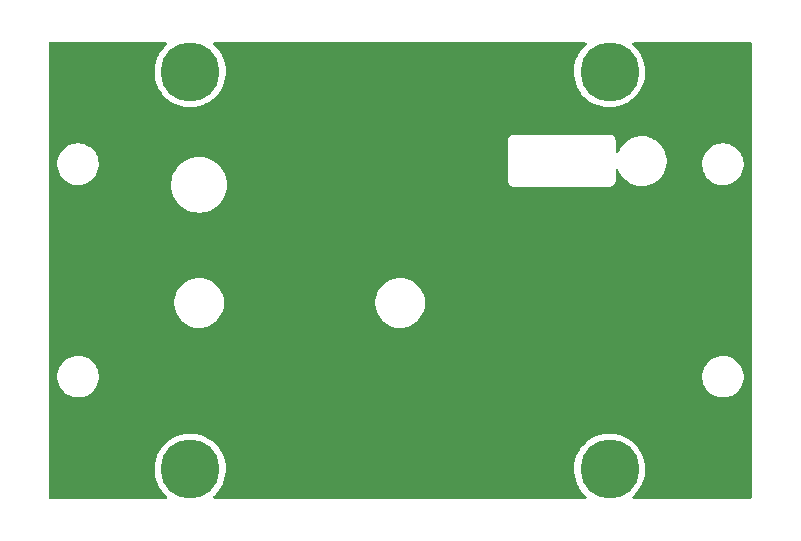
<source format=gbr>
%TF.GenerationSoftware,KiCad,Pcbnew,(6.0.1)*%
%TF.CreationDate,2022-10-29T04:51:09-07:00*%
%TF.ProjectId,DuDadPanel,44754461-6450-4616-9e65-6c2e6b696361,1.2*%
%TF.SameCoordinates,Original*%
%TF.FileFunction,Copper,L2,Bot*%
%TF.FilePolarity,Positive*%
%FSLAX46Y46*%
G04 Gerber Fmt 4.6, Leading zero omitted, Abs format (unit mm)*
G04 Created by KiCad (PCBNEW (6.0.1)) date 2022-10-29 04:51:09*
%MOMM*%
%LPD*%
G01*
G04 APERTURE LIST*
%TA.AperFunction,ComponentPad*%
%ADD10C,5.000000*%
%TD*%
G04 APERTURE END LIST*
D10*
%TO.P,H1,1,1*%
%TO.N,GND*%
X62500000Y-45175000D03*
%TD*%
%TO.P,H2,1,1*%
%TO.N,GND*%
X98000000Y-45175000D03*
%TD*%
%TO.P,H3,1,1*%
%TO.N,GND*%
X98000000Y-78825000D03*
%TD*%
%TO.P,H4,1,1*%
%TO.N,GND*%
X62500000Y-78825000D03*
%TD*%
%TA.AperFunction,NonConductor*%
G36*
X60507956Y-42703002D02*
G01*
X60554449Y-42756658D01*
X60564553Y-42826932D01*
X60535059Y-42891512D01*
X60518622Y-42907328D01*
X60483509Y-42935459D01*
X60239466Y-43182071D01*
X60237225Y-43184929D01*
X60180732Y-43256978D01*
X60025386Y-43455098D01*
X60023493Y-43458187D01*
X60023491Y-43458190D01*
X59977233Y-43533676D01*
X59844105Y-43750921D01*
X59842580Y-43754206D01*
X59842578Y-43754210D01*
X59803505Y-43838386D01*
X59698027Y-44065620D01*
X59589087Y-44395023D01*
X59518730Y-44734764D01*
X59487888Y-45080341D01*
X59487983Y-45083971D01*
X59487983Y-45083972D01*
X59490367Y-45175000D01*
X59496970Y-45427171D01*
X59545856Y-45770660D01*
X59633897Y-46106253D01*
X59759927Y-46429503D01*
X59761624Y-46432708D01*
X59895113Y-46684825D01*
X59922275Y-46736126D01*
X59924325Y-46739109D01*
X59924327Y-46739112D01*
X60116733Y-47019064D01*
X60116739Y-47019071D01*
X60118790Y-47022056D01*
X60346866Y-47283505D01*
X60349551Y-47285948D01*
X60559268Y-47476775D01*
X60603481Y-47517006D01*
X60885233Y-47719466D01*
X61188388Y-47888200D01*
X61508928Y-48020972D01*
X61512422Y-48021967D01*
X61512424Y-48021968D01*
X61839103Y-48115025D01*
X61839108Y-48115026D01*
X61842604Y-48116022D01*
X62039304Y-48148233D01*
X62181412Y-48171504D01*
X62181419Y-48171505D01*
X62184993Y-48172090D01*
X62358276Y-48180262D01*
X62527931Y-48188263D01*
X62527932Y-48188263D01*
X62531558Y-48188434D01*
X62540415Y-48187830D01*
X62874073Y-48165084D01*
X62874081Y-48165083D01*
X62877704Y-48164836D01*
X62881279Y-48164173D01*
X62881282Y-48164173D01*
X63215279Y-48102270D01*
X63215283Y-48102269D01*
X63218844Y-48101609D01*
X63550456Y-47999592D01*
X63868145Y-47860136D01*
X64112511Y-47717341D01*
X64164560Y-47686926D01*
X64164562Y-47686925D01*
X64167700Y-47685091D01*
X64170609Y-47682907D01*
X64442244Y-47478958D01*
X64442248Y-47478955D01*
X64445151Y-47476775D01*
X64696819Y-47237950D01*
X64919370Y-46971783D01*
X65109853Y-46681799D01*
X65238446Y-46426121D01*
X65264117Y-46375080D01*
X65264120Y-46375072D01*
X65265744Y-46371844D01*
X65384977Y-46046026D01*
X65385822Y-46042504D01*
X65385825Y-46042496D01*
X65465124Y-45712191D01*
X65465125Y-45712187D01*
X65465971Y-45708662D01*
X65500035Y-45427171D01*
X65507316Y-45367004D01*
X65507316Y-45366997D01*
X65507652Y-45364225D01*
X65513599Y-45175000D01*
X65513438Y-45172204D01*
X65493836Y-44832246D01*
X65493835Y-44832241D01*
X65493627Y-44828626D01*
X65433976Y-44486842D01*
X65335437Y-44154180D01*
X65199316Y-43835048D01*
X65149569Y-43747831D01*
X65029208Y-43536816D01*
X65027417Y-43533676D01*
X64822018Y-43254060D01*
X64585842Y-42999904D01*
X64474502Y-42904810D01*
X64435692Y-42845361D01*
X64435185Y-42774366D01*
X64473142Y-42714367D01*
X64537510Y-42684414D01*
X64556332Y-42683000D01*
X95939835Y-42683000D01*
X96007956Y-42703002D01*
X96054449Y-42756658D01*
X96064553Y-42826932D01*
X96035059Y-42891512D01*
X96018622Y-42907328D01*
X95983509Y-42935459D01*
X95739466Y-43182071D01*
X95737225Y-43184929D01*
X95680732Y-43256978D01*
X95525386Y-43455098D01*
X95523493Y-43458187D01*
X95523491Y-43458190D01*
X95477233Y-43533676D01*
X95344105Y-43750921D01*
X95342580Y-43754206D01*
X95342578Y-43754210D01*
X95303505Y-43838386D01*
X95198027Y-44065620D01*
X95089087Y-44395023D01*
X95018730Y-44734764D01*
X94987888Y-45080341D01*
X94987983Y-45083971D01*
X94987983Y-45083972D01*
X94990367Y-45175000D01*
X94996970Y-45427171D01*
X95045856Y-45770660D01*
X95133897Y-46106253D01*
X95259927Y-46429503D01*
X95261624Y-46432708D01*
X95395113Y-46684825D01*
X95422275Y-46736126D01*
X95424325Y-46739109D01*
X95424327Y-46739112D01*
X95616733Y-47019064D01*
X95616739Y-47019071D01*
X95618790Y-47022056D01*
X95846866Y-47283505D01*
X95849551Y-47285948D01*
X96059268Y-47476775D01*
X96103481Y-47517006D01*
X96385233Y-47719466D01*
X96688388Y-47888200D01*
X97008928Y-48020972D01*
X97012422Y-48021967D01*
X97012424Y-48021968D01*
X97339103Y-48115025D01*
X97339108Y-48115026D01*
X97342604Y-48116022D01*
X97539304Y-48148233D01*
X97681412Y-48171504D01*
X97681419Y-48171505D01*
X97684993Y-48172090D01*
X97858276Y-48180262D01*
X98027931Y-48188263D01*
X98027932Y-48188263D01*
X98031558Y-48188434D01*
X98040415Y-48187830D01*
X98374073Y-48165084D01*
X98374081Y-48165083D01*
X98377704Y-48164836D01*
X98381279Y-48164173D01*
X98381282Y-48164173D01*
X98715279Y-48102270D01*
X98715283Y-48102269D01*
X98718844Y-48101609D01*
X99050456Y-47999592D01*
X99368145Y-47860136D01*
X99612511Y-47717341D01*
X99664560Y-47686926D01*
X99664562Y-47686925D01*
X99667700Y-47685091D01*
X99670609Y-47682907D01*
X99942244Y-47478958D01*
X99942248Y-47478955D01*
X99945151Y-47476775D01*
X100196819Y-47237950D01*
X100419370Y-46971783D01*
X100609853Y-46681799D01*
X100738446Y-46426121D01*
X100764117Y-46375080D01*
X100764120Y-46375072D01*
X100765744Y-46371844D01*
X100884977Y-46046026D01*
X100885822Y-46042504D01*
X100885825Y-46042496D01*
X100965124Y-45712191D01*
X100965125Y-45712187D01*
X100965971Y-45708662D01*
X101000035Y-45427171D01*
X101007316Y-45367004D01*
X101007316Y-45366997D01*
X101007652Y-45364225D01*
X101013599Y-45175000D01*
X101013438Y-45172204D01*
X100993836Y-44832246D01*
X100993835Y-44832241D01*
X100993627Y-44828626D01*
X100933976Y-44486842D01*
X100835437Y-44154180D01*
X100699316Y-43835048D01*
X100649569Y-43747831D01*
X100529208Y-43536816D01*
X100527417Y-43533676D01*
X100322018Y-43254060D01*
X100085842Y-42999904D01*
X99974502Y-42904810D01*
X99935692Y-42845361D01*
X99935185Y-42774366D01*
X99973142Y-42714367D01*
X100037510Y-42684414D01*
X100056332Y-42683000D01*
X109966000Y-42683000D01*
X110034121Y-42703002D01*
X110080614Y-42756658D01*
X110092000Y-42809000D01*
X110092000Y-81191000D01*
X110071998Y-81259121D01*
X110018342Y-81305614D01*
X109966000Y-81317000D01*
X100060517Y-81317000D01*
X99992396Y-81296998D01*
X99945903Y-81243342D01*
X99935799Y-81173068D01*
X99965293Y-81108488D01*
X99973784Y-81099603D01*
X100194180Y-80890454D01*
X100196819Y-80887950D01*
X100419370Y-80621783D01*
X100609853Y-80331799D01*
X100738446Y-80076121D01*
X100764117Y-80025080D01*
X100764120Y-80025072D01*
X100765744Y-80021844D01*
X100884977Y-79696026D01*
X100885822Y-79692504D01*
X100885825Y-79692496D01*
X100965124Y-79362191D01*
X100965125Y-79362187D01*
X100965971Y-79358662D01*
X101000035Y-79077171D01*
X101007316Y-79017004D01*
X101007316Y-79016997D01*
X101007652Y-79014225D01*
X101013599Y-78825000D01*
X101013438Y-78822204D01*
X100993836Y-78482246D01*
X100993835Y-78482241D01*
X100993627Y-78478626D01*
X100933976Y-78136842D01*
X100835437Y-77804180D01*
X100699316Y-77485048D01*
X100649569Y-77397831D01*
X100529208Y-77186816D01*
X100527417Y-77183676D01*
X100322018Y-76904060D01*
X100085842Y-76649904D01*
X99822019Y-76424578D01*
X99534047Y-76231069D01*
X99225741Y-76071940D01*
X98901189Y-75949302D01*
X98897668Y-75948418D01*
X98897663Y-75948416D01*
X98736378Y-75907904D01*
X98564692Y-75864780D01*
X98542476Y-75861855D01*
X98224315Y-75819968D01*
X98224307Y-75819967D01*
X98220711Y-75819494D01*
X98076045Y-75817221D01*
X97877446Y-75814101D01*
X97877442Y-75814101D01*
X97873804Y-75814044D01*
X97870190Y-75814405D01*
X97870184Y-75814405D01*
X97626843Y-75838694D01*
X97528569Y-75848503D01*
X97189583Y-75922414D01*
X97186156Y-75923587D01*
X97186150Y-75923589D01*
X97107296Y-75950587D01*
X96861339Y-76034797D01*
X96548188Y-76184163D01*
X96254279Y-76368532D01*
X96251443Y-76370804D01*
X96251436Y-76370809D01*
X96007384Y-76566332D01*
X95983509Y-76585459D01*
X95739466Y-76832071D01*
X95737225Y-76834929D01*
X95680732Y-76906978D01*
X95525386Y-77105098D01*
X95523493Y-77108187D01*
X95523491Y-77108190D01*
X95477233Y-77183676D01*
X95344105Y-77400921D01*
X95342580Y-77404206D01*
X95342578Y-77404210D01*
X95303505Y-77488386D01*
X95198027Y-77715620D01*
X95089087Y-78045023D01*
X95018730Y-78384764D01*
X94987888Y-78730341D01*
X94987983Y-78733971D01*
X94987983Y-78733972D01*
X94990367Y-78825000D01*
X94996970Y-79077171D01*
X95045856Y-79420660D01*
X95133897Y-79756253D01*
X95259927Y-80079503D01*
X95261624Y-80082708D01*
X95395113Y-80334825D01*
X95422275Y-80386126D01*
X95424325Y-80389109D01*
X95424327Y-80389112D01*
X95616733Y-80669064D01*
X95616739Y-80669071D01*
X95618790Y-80672056D01*
X95846866Y-80933505D01*
X95849551Y-80935948D01*
X96027431Y-81097806D01*
X96064354Y-81158447D01*
X96062631Y-81229422D01*
X96022809Y-81288199D01*
X95957531Y-81316116D01*
X95942632Y-81317000D01*
X64560517Y-81317000D01*
X64492396Y-81296998D01*
X64445903Y-81243342D01*
X64435799Y-81173068D01*
X64465293Y-81108488D01*
X64473784Y-81099603D01*
X64694180Y-80890454D01*
X64696819Y-80887950D01*
X64919370Y-80621783D01*
X65109853Y-80331799D01*
X65238446Y-80076121D01*
X65264117Y-80025080D01*
X65264120Y-80025072D01*
X65265744Y-80021844D01*
X65384977Y-79696026D01*
X65385822Y-79692504D01*
X65385825Y-79692496D01*
X65465124Y-79362191D01*
X65465125Y-79362187D01*
X65465971Y-79358662D01*
X65500035Y-79077171D01*
X65507316Y-79017004D01*
X65507316Y-79016997D01*
X65507652Y-79014225D01*
X65513599Y-78825000D01*
X65513438Y-78822204D01*
X65493836Y-78482246D01*
X65493835Y-78482241D01*
X65493627Y-78478626D01*
X65433976Y-78136842D01*
X65335437Y-77804180D01*
X65199316Y-77485048D01*
X65149569Y-77397831D01*
X65029208Y-77186816D01*
X65027417Y-77183676D01*
X64822018Y-76904060D01*
X64585842Y-76649904D01*
X64322019Y-76424578D01*
X64034047Y-76231069D01*
X63725741Y-76071940D01*
X63401189Y-75949302D01*
X63397668Y-75948418D01*
X63397663Y-75948416D01*
X63236378Y-75907904D01*
X63064692Y-75864780D01*
X63042476Y-75861855D01*
X62724315Y-75819968D01*
X62724307Y-75819967D01*
X62720711Y-75819494D01*
X62576045Y-75817221D01*
X62377446Y-75814101D01*
X62377442Y-75814101D01*
X62373804Y-75814044D01*
X62370190Y-75814405D01*
X62370184Y-75814405D01*
X62126843Y-75838694D01*
X62028569Y-75848503D01*
X61689583Y-75922414D01*
X61686156Y-75923587D01*
X61686150Y-75923589D01*
X61607296Y-75950587D01*
X61361339Y-76034797D01*
X61048188Y-76184163D01*
X60754279Y-76368532D01*
X60751443Y-76370804D01*
X60751436Y-76370809D01*
X60507384Y-76566332D01*
X60483509Y-76585459D01*
X60239466Y-76832071D01*
X60237225Y-76834929D01*
X60180732Y-76906978D01*
X60025386Y-77105098D01*
X60023493Y-77108187D01*
X60023491Y-77108190D01*
X59977233Y-77183676D01*
X59844105Y-77400921D01*
X59842580Y-77404206D01*
X59842578Y-77404210D01*
X59803505Y-77488386D01*
X59698027Y-77715620D01*
X59589087Y-78045023D01*
X59518730Y-78384764D01*
X59487888Y-78730341D01*
X59487983Y-78733971D01*
X59487983Y-78733972D01*
X59490367Y-78825000D01*
X59496970Y-79077171D01*
X59545856Y-79420660D01*
X59633897Y-79756253D01*
X59759927Y-80079503D01*
X59761624Y-80082708D01*
X59895113Y-80334825D01*
X59922275Y-80386126D01*
X59924325Y-80389109D01*
X59924327Y-80389112D01*
X60116733Y-80669064D01*
X60116739Y-80669071D01*
X60118790Y-80672056D01*
X60346866Y-80933505D01*
X60349551Y-80935948D01*
X60527431Y-81097806D01*
X60564354Y-81158447D01*
X60562631Y-81229422D01*
X60522809Y-81288199D01*
X60457531Y-81316116D01*
X60442632Y-81317000D01*
X50634000Y-81317000D01*
X50565879Y-81296998D01*
X50519386Y-81243342D01*
X50508000Y-81191000D01*
X50508000Y-71107655D01*
X51239858Y-71107655D01*
X51275104Y-71366638D01*
X51276412Y-71371124D01*
X51276412Y-71371126D01*
X51296098Y-71438664D01*
X51348243Y-71617567D01*
X51457668Y-71854928D01*
X51460231Y-71858837D01*
X51598410Y-72069596D01*
X51598414Y-72069601D01*
X51600976Y-72073509D01*
X51775018Y-72268506D01*
X51975970Y-72435637D01*
X51979973Y-72438066D01*
X52195422Y-72568804D01*
X52195426Y-72568806D01*
X52199419Y-72571229D01*
X52440455Y-72672303D01*
X52693783Y-72736641D01*
X52698434Y-72737109D01*
X52698438Y-72737110D01*
X52891308Y-72756531D01*
X52910867Y-72758500D01*
X53066354Y-72758500D01*
X53068679Y-72758327D01*
X53068685Y-72758327D01*
X53256000Y-72744407D01*
X53256004Y-72744406D01*
X53260652Y-72744061D01*
X53265200Y-72743032D01*
X53265206Y-72743031D01*
X53451601Y-72700853D01*
X53515577Y-72686377D01*
X53551769Y-72672303D01*
X53754824Y-72593340D01*
X53754827Y-72593339D01*
X53759177Y-72591647D01*
X53986098Y-72461951D01*
X54191357Y-72300138D01*
X54370443Y-72109763D01*
X54519424Y-71895009D01*
X54635025Y-71660593D01*
X54714707Y-71411665D01*
X54756721Y-71153693D01*
X54757324Y-71107655D01*
X105839858Y-71107655D01*
X105875104Y-71366638D01*
X105876412Y-71371124D01*
X105876412Y-71371126D01*
X105896098Y-71438664D01*
X105948243Y-71617567D01*
X106057668Y-71854928D01*
X106060231Y-71858837D01*
X106198410Y-72069596D01*
X106198414Y-72069601D01*
X106200976Y-72073509D01*
X106375018Y-72268506D01*
X106575970Y-72435637D01*
X106579973Y-72438066D01*
X106795422Y-72568804D01*
X106795426Y-72568806D01*
X106799419Y-72571229D01*
X107040455Y-72672303D01*
X107293783Y-72736641D01*
X107298434Y-72737109D01*
X107298438Y-72737110D01*
X107491308Y-72756531D01*
X107510867Y-72758500D01*
X107666354Y-72758500D01*
X107668679Y-72758327D01*
X107668685Y-72758327D01*
X107856000Y-72744407D01*
X107856004Y-72744406D01*
X107860652Y-72744061D01*
X107865200Y-72743032D01*
X107865206Y-72743031D01*
X108051601Y-72700853D01*
X108115577Y-72686377D01*
X108151769Y-72672303D01*
X108354824Y-72593340D01*
X108354827Y-72593339D01*
X108359177Y-72591647D01*
X108586098Y-72461951D01*
X108791357Y-72300138D01*
X108970443Y-72109763D01*
X109119424Y-71895009D01*
X109235025Y-71660593D01*
X109314707Y-71411665D01*
X109356721Y-71153693D01*
X109360142Y-70892345D01*
X109324896Y-70633362D01*
X109310473Y-70583877D01*
X109253068Y-70386932D01*
X109251757Y-70382433D01*
X109142332Y-70145072D01*
X109109519Y-70095024D01*
X109001590Y-69930404D01*
X109001586Y-69930399D01*
X108999024Y-69926491D01*
X108824982Y-69731494D01*
X108624030Y-69564363D01*
X108576844Y-69535730D01*
X108404578Y-69431196D01*
X108404574Y-69431194D01*
X108400581Y-69428771D01*
X108159545Y-69327697D01*
X107906217Y-69263359D01*
X107901566Y-69262891D01*
X107901562Y-69262890D01*
X107692271Y-69241816D01*
X107689133Y-69241500D01*
X107533646Y-69241500D01*
X107531321Y-69241673D01*
X107531315Y-69241673D01*
X107344000Y-69255593D01*
X107343996Y-69255594D01*
X107339348Y-69255939D01*
X107334800Y-69256968D01*
X107334794Y-69256969D01*
X107148399Y-69299147D01*
X107084423Y-69313623D01*
X107080071Y-69315315D01*
X107080069Y-69315316D01*
X106845176Y-69406660D01*
X106845173Y-69406661D01*
X106840823Y-69408353D01*
X106613902Y-69538049D01*
X106408643Y-69699862D01*
X106229557Y-69890237D01*
X106080576Y-70104991D01*
X105964975Y-70339407D01*
X105885293Y-70588335D01*
X105843279Y-70846307D01*
X105839858Y-71107655D01*
X54757324Y-71107655D01*
X54760142Y-70892345D01*
X54724896Y-70633362D01*
X54710473Y-70583877D01*
X54653068Y-70386932D01*
X54651757Y-70382433D01*
X54542332Y-70145072D01*
X54509519Y-70095024D01*
X54401590Y-69930404D01*
X54401586Y-69930399D01*
X54399024Y-69926491D01*
X54224982Y-69731494D01*
X54024030Y-69564363D01*
X53976844Y-69535730D01*
X53804578Y-69431196D01*
X53804574Y-69431194D01*
X53800581Y-69428771D01*
X53559545Y-69327697D01*
X53306217Y-69263359D01*
X53301566Y-69262891D01*
X53301562Y-69262890D01*
X53092271Y-69241816D01*
X53089133Y-69241500D01*
X52933646Y-69241500D01*
X52931321Y-69241673D01*
X52931315Y-69241673D01*
X52744000Y-69255593D01*
X52743996Y-69255594D01*
X52739348Y-69255939D01*
X52734800Y-69256968D01*
X52734794Y-69256969D01*
X52548399Y-69299147D01*
X52484423Y-69313623D01*
X52480071Y-69315315D01*
X52480069Y-69315316D01*
X52245176Y-69406660D01*
X52245173Y-69406661D01*
X52240823Y-69408353D01*
X52013902Y-69538049D01*
X51808643Y-69699862D01*
X51629557Y-69890237D01*
X51480576Y-70104991D01*
X51364975Y-70339407D01*
X51285293Y-70588335D01*
X51243279Y-70846307D01*
X51239858Y-71107655D01*
X50508000Y-71107655D01*
X50508000Y-64882703D01*
X61140743Y-64882703D01*
X61178268Y-65167734D01*
X61254129Y-65445036D01*
X61366923Y-65709476D01*
X61514561Y-65956161D01*
X61694313Y-66180528D01*
X61902851Y-66378423D01*
X62136317Y-66546186D01*
X62140112Y-66548195D01*
X62140113Y-66548196D01*
X62161869Y-66559715D01*
X62390392Y-66680712D01*
X62660373Y-66779511D01*
X62941264Y-66840755D01*
X62969841Y-66843004D01*
X63164282Y-66858307D01*
X63164291Y-66858307D01*
X63166739Y-66858500D01*
X63322271Y-66858500D01*
X63324407Y-66858354D01*
X63324418Y-66858354D01*
X63532548Y-66844165D01*
X63532554Y-66844164D01*
X63536825Y-66843873D01*
X63541020Y-66843004D01*
X63541022Y-66843004D01*
X63677583Y-66814724D01*
X63818342Y-66785574D01*
X64089343Y-66689607D01*
X64344812Y-66557750D01*
X64348313Y-66555289D01*
X64348317Y-66555287D01*
X64462417Y-66475096D01*
X64580023Y-66392441D01*
X64790622Y-66196740D01*
X64972713Y-65974268D01*
X65122927Y-65729142D01*
X65238483Y-65465898D01*
X65317244Y-65189406D01*
X65357751Y-64904784D01*
X65357845Y-64886951D01*
X65357867Y-64882703D01*
X78160743Y-64882703D01*
X78198268Y-65167734D01*
X78274129Y-65445036D01*
X78386923Y-65709476D01*
X78534561Y-65956161D01*
X78714313Y-66180528D01*
X78922851Y-66378423D01*
X79156317Y-66546186D01*
X79160112Y-66548195D01*
X79160113Y-66548196D01*
X79181869Y-66559715D01*
X79410392Y-66680712D01*
X79680373Y-66779511D01*
X79961264Y-66840755D01*
X79989841Y-66843004D01*
X80184282Y-66858307D01*
X80184291Y-66858307D01*
X80186739Y-66858500D01*
X80342271Y-66858500D01*
X80344407Y-66858354D01*
X80344418Y-66858354D01*
X80552548Y-66844165D01*
X80552554Y-66844164D01*
X80556825Y-66843873D01*
X80561020Y-66843004D01*
X80561022Y-66843004D01*
X80697583Y-66814724D01*
X80838342Y-66785574D01*
X81109343Y-66689607D01*
X81364812Y-66557750D01*
X81368313Y-66555289D01*
X81368317Y-66555287D01*
X81482417Y-66475096D01*
X81600023Y-66392441D01*
X81810622Y-66196740D01*
X81992713Y-65974268D01*
X82142927Y-65729142D01*
X82258483Y-65465898D01*
X82337244Y-65189406D01*
X82377751Y-64904784D01*
X82377845Y-64886951D01*
X82379235Y-64621583D01*
X82379235Y-64621576D01*
X82379257Y-64617297D01*
X82341732Y-64332266D01*
X82265871Y-64054964D01*
X82153077Y-63790524D01*
X82005439Y-63543839D01*
X81825687Y-63319472D01*
X81617149Y-63121577D01*
X81383683Y-62953814D01*
X81361843Y-62942250D01*
X81338654Y-62929972D01*
X81129608Y-62819288D01*
X80859627Y-62720489D01*
X80578736Y-62659245D01*
X80547685Y-62656801D01*
X80355718Y-62641693D01*
X80355709Y-62641693D01*
X80353261Y-62641500D01*
X80197729Y-62641500D01*
X80195593Y-62641646D01*
X80195582Y-62641646D01*
X79987452Y-62655835D01*
X79987446Y-62655836D01*
X79983175Y-62656127D01*
X79978980Y-62656996D01*
X79978978Y-62656996D01*
X79842417Y-62685276D01*
X79701658Y-62714426D01*
X79430657Y-62810393D01*
X79175188Y-62942250D01*
X79171687Y-62944711D01*
X79171683Y-62944713D01*
X79161594Y-62951804D01*
X78939977Y-63107559D01*
X78729378Y-63303260D01*
X78547287Y-63525732D01*
X78397073Y-63770858D01*
X78281517Y-64034102D01*
X78202756Y-64310594D01*
X78162249Y-64595216D01*
X78162227Y-64599505D01*
X78162226Y-64599512D01*
X78160765Y-64878417D01*
X78160743Y-64882703D01*
X65357867Y-64882703D01*
X65359235Y-64621583D01*
X65359235Y-64621576D01*
X65359257Y-64617297D01*
X65321732Y-64332266D01*
X65245871Y-64054964D01*
X65133077Y-63790524D01*
X64985439Y-63543839D01*
X64805687Y-63319472D01*
X64597149Y-63121577D01*
X64363683Y-62953814D01*
X64341843Y-62942250D01*
X64318654Y-62929972D01*
X64109608Y-62819288D01*
X63839627Y-62720489D01*
X63558736Y-62659245D01*
X63527685Y-62656801D01*
X63335718Y-62641693D01*
X63335709Y-62641693D01*
X63333261Y-62641500D01*
X63177729Y-62641500D01*
X63175593Y-62641646D01*
X63175582Y-62641646D01*
X62967452Y-62655835D01*
X62967446Y-62655836D01*
X62963175Y-62656127D01*
X62958980Y-62656996D01*
X62958978Y-62656996D01*
X62822417Y-62685276D01*
X62681658Y-62714426D01*
X62410657Y-62810393D01*
X62155188Y-62942250D01*
X62151687Y-62944711D01*
X62151683Y-62944713D01*
X62141594Y-62951804D01*
X61919977Y-63107559D01*
X61709378Y-63303260D01*
X61527287Y-63525732D01*
X61377073Y-63770858D01*
X61261517Y-64034102D01*
X61182756Y-64310594D01*
X61142249Y-64595216D01*
X61142227Y-64599505D01*
X61142226Y-64599512D01*
X61140765Y-64878417D01*
X61140743Y-64882703D01*
X50508000Y-64882703D01*
X50508000Y-53107655D01*
X51239858Y-53107655D01*
X51275104Y-53366638D01*
X51276412Y-53371124D01*
X51276412Y-53371126D01*
X51289732Y-53416824D01*
X51348243Y-53617567D01*
X51457668Y-53854928D01*
X51483946Y-53895009D01*
X51598410Y-54069596D01*
X51598414Y-54069601D01*
X51600976Y-54073509D01*
X51775018Y-54268506D01*
X51975970Y-54435637D01*
X51992402Y-54445608D01*
X52195422Y-54568804D01*
X52195426Y-54568806D01*
X52199419Y-54571229D01*
X52440455Y-54672303D01*
X52693783Y-54736641D01*
X52698434Y-54737109D01*
X52698438Y-54737110D01*
X52848112Y-54752181D01*
X52910867Y-54758500D01*
X53066354Y-54758500D01*
X53068679Y-54758327D01*
X53068685Y-54758327D01*
X53180738Y-54750000D01*
X60886439Y-54750000D01*
X60886709Y-54754119D01*
X60896772Y-54907642D01*
X60906660Y-55058507D01*
X60966975Y-55361735D01*
X61066354Y-55654496D01*
X61068177Y-55658192D01*
X61068180Y-55658200D01*
X61178721Y-55882352D01*
X61203096Y-55931780D01*
X61205390Y-55935213D01*
X61205391Y-55935214D01*
X61374861Y-56188845D01*
X61377575Y-56191939D01*
X61377579Y-56191945D01*
X61576001Y-56418201D01*
X61578710Y-56421290D01*
X61581799Y-56423999D01*
X61808055Y-56622421D01*
X61808061Y-56622425D01*
X61811155Y-56625139D01*
X61814581Y-56627428D01*
X61814586Y-56627432D01*
X62064785Y-56794609D01*
X62068220Y-56796904D01*
X62071923Y-56798730D01*
X62341800Y-56931820D01*
X62341808Y-56931823D01*
X62345504Y-56933646D01*
X62349419Y-56934975D01*
X62634358Y-57031699D01*
X62634361Y-57031700D01*
X62638265Y-57033025D01*
X62864961Y-57078117D01*
X62937450Y-57092536D01*
X62937453Y-57092536D01*
X62941493Y-57093340D01*
X62945604Y-57093609D01*
X62945608Y-57093610D01*
X63170737Y-57108366D01*
X63170746Y-57108366D01*
X63172786Y-57108500D01*
X63327214Y-57108500D01*
X63329254Y-57108366D01*
X63329263Y-57108366D01*
X63554392Y-57093610D01*
X63554396Y-57093609D01*
X63558507Y-57093340D01*
X63562547Y-57092536D01*
X63562550Y-57092536D01*
X63635039Y-57078117D01*
X63861735Y-57033025D01*
X63865639Y-57031700D01*
X63865642Y-57031699D01*
X64150581Y-56934975D01*
X64154496Y-56933646D01*
X64158192Y-56931823D01*
X64158200Y-56931820D01*
X64428077Y-56798730D01*
X64431780Y-56796904D01*
X64435215Y-56794609D01*
X64685414Y-56627432D01*
X64685419Y-56627428D01*
X64688845Y-56625139D01*
X64691939Y-56622425D01*
X64691945Y-56622421D01*
X64918201Y-56423999D01*
X64921290Y-56421290D01*
X64923999Y-56418201D01*
X65122421Y-56191945D01*
X65122425Y-56191939D01*
X65125139Y-56188845D01*
X65296904Y-55931781D01*
X65433646Y-55654496D01*
X65533025Y-55361735D01*
X65593340Y-55058507D01*
X65603229Y-54907642D01*
X65613291Y-54754119D01*
X65613561Y-54750000D01*
X65605224Y-54622803D01*
X65595186Y-54469652D01*
X89391524Y-54469652D01*
X89393990Y-54478281D01*
X89393991Y-54478286D01*
X89399639Y-54498048D01*
X89403217Y-54514809D01*
X89406130Y-54535152D01*
X89406133Y-54535162D01*
X89407405Y-54544045D01*
X89418021Y-54567395D01*
X89424464Y-54584907D01*
X89428149Y-54597800D01*
X89431512Y-54609565D01*
X89447274Y-54634548D01*
X89455404Y-54649614D01*
X89467633Y-54676510D01*
X89484374Y-54695939D01*
X89495479Y-54710947D01*
X89509160Y-54732631D01*
X89528827Y-54750000D01*
X89531296Y-54752181D01*
X89543340Y-54764373D01*
X89562619Y-54786747D01*
X89570147Y-54791626D01*
X89570150Y-54791629D01*
X89584139Y-54800696D01*
X89599013Y-54811986D01*
X89618228Y-54828956D01*
X89626354Y-54832771D01*
X89626355Y-54832772D01*
X89632021Y-54835432D01*
X89644966Y-54841510D01*
X89659935Y-54849824D01*
X89684727Y-54865893D01*
X89701650Y-54870954D01*
X89709290Y-54873239D01*
X89726736Y-54879901D01*
X89749948Y-54890799D01*
X89779130Y-54895343D01*
X89795849Y-54899126D01*
X89815536Y-54905014D01*
X89815539Y-54905015D01*
X89824141Y-54907587D01*
X89833116Y-54907642D01*
X89833117Y-54907642D01*
X89839810Y-54907683D01*
X89858556Y-54907797D01*
X89859328Y-54907830D01*
X89860423Y-54908000D01*
X89891298Y-54908000D01*
X89892068Y-54908002D01*
X89965716Y-54908452D01*
X89965717Y-54908452D01*
X89969652Y-54908476D01*
X89970996Y-54908092D01*
X89972341Y-54908000D01*
X97991298Y-54908000D01*
X97992069Y-54908002D01*
X98069652Y-54908476D01*
X98078281Y-54906010D01*
X98078286Y-54906009D01*
X98098048Y-54900361D01*
X98114809Y-54896783D01*
X98135152Y-54893870D01*
X98135162Y-54893867D01*
X98144045Y-54892595D01*
X98167395Y-54881979D01*
X98184907Y-54875536D01*
X98200937Y-54870954D01*
X98209565Y-54868488D01*
X98234548Y-54852726D01*
X98249614Y-54844596D01*
X98276510Y-54832367D01*
X98295939Y-54815626D01*
X98310947Y-54804521D01*
X98325039Y-54795630D01*
X98332631Y-54790840D01*
X98352182Y-54768703D01*
X98364374Y-54756659D01*
X98379949Y-54743239D01*
X98379950Y-54743237D01*
X98386747Y-54737381D01*
X98391626Y-54729853D01*
X98391629Y-54729850D01*
X98400696Y-54715861D01*
X98411986Y-54700987D01*
X98416453Y-54695929D01*
X98428956Y-54681772D01*
X98432863Y-54673452D01*
X98435432Y-54667979D01*
X98441510Y-54655034D01*
X98449824Y-54640065D01*
X98465893Y-54615273D01*
X98473239Y-54590709D01*
X98479901Y-54573264D01*
X98486983Y-54558179D01*
X98490799Y-54550052D01*
X98495343Y-54520870D01*
X98499126Y-54504151D01*
X98505014Y-54484464D01*
X98505015Y-54484461D01*
X98507587Y-54475859D01*
X98507797Y-54441444D01*
X98507830Y-54440672D01*
X98508000Y-54439577D01*
X98508000Y-54408702D01*
X98508002Y-54407932D01*
X98508452Y-54334284D01*
X98508452Y-54334283D01*
X98508476Y-54330348D01*
X98508092Y-54329004D01*
X98508000Y-54327659D01*
X98508000Y-53531438D01*
X98528002Y-53463317D01*
X98581658Y-53416824D01*
X98651932Y-53406720D01*
X98716512Y-53436214D01*
X98749897Y-53482003D01*
X98824177Y-53656148D01*
X98846923Y-53709476D01*
X98858693Y-53729142D01*
X98960262Y-53898851D01*
X98994561Y-53956161D01*
X99174313Y-54180528D01*
X99382851Y-54378423D01*
X99616317Y-54546186D01*
X99620112Y-54548195D01*
X99620113Y-54548196D01*
X99638968Y-54558179D01*
X99870392Y-54680712D01*
X100140373Y-54779511D01*
X100421264Y-54840755D01*
X100430807Y-54841506D01*
X100644282Y-54858307D01*
X100644291Y-54858307D01*
X100646739Y-54858500D01*
X100802271Y-54858500D01*
X100804407Y-54858354D01*
X100804418Y-54858354D01*
X101012548Y-54844165D01*
X101012554Y-54844164D01*
X101016825Y-54843873D01*
X101021020Y-54843004D01*
X101021022Y-54843004D01*
X101272913Y-54790840D01*
X101298342Y-54785574D01*
X101569343Y-54689607D01*
X101730025Y-54606673D01*
X101821005Y-54559715D01*
X101821006Y-54559715D01*
X101824812Y-54557750D01*
X101828313Y-54555289D01*
X101828317Y-54555287D01*
X101961120Y-54461951D01*
X102060023Y-54392441D01*
X102193393Y-54268506D01*
X102267479Y-54199661D01*
X102267481Y-54199658D01*
X102270622Y-54196740D01*
X102452713Y-53974268D01*
X102602927Y-53729142D01*
X102631180Y-53664781D01*
X102716757Y-53469830D01*
X102718483Y-53465898D01*
X102797244Y-53189406D01*
X102808879Y-53107655D01*
X105839858Y-53107655D01*
X105875104Y-53366638D01*
X105876412Y-53371124D01*
X105876412Y-53371126D01*
X105889732Y-53416824D01*
X105948243Y-53617567D01*
X106057668Y-53854928D01*
X106083946Y-53895009D01*
X106198410Y-54069596D01*
X106198414Y-54069601D01*
X106200976Y-54073509D01*
X106375018Y-54268506D01*
X106575970Y-54435637D01*
X106592402Y-54445608D01*
X106795422Y-54568804D01*
X106795426Y-54568806D01*
X106799419Y-54571229D01*
X107040455Y-54672303D01*
X107293783Y-54736641D01*
X107298434Y-54737109D01*
X107298438Y-54737110D01*
X107448112Y-54752181D01*
X107510867Y-54758500D01*
X107666354Y-54758500D01*
X107668679Y-54758327D01*
X107668685Y-54758327D01*
X107856000Y-54744407D01*
X107856004Y-54744406D01*
X107860652Y-54744061D01*
X107865200Y-54743032D01*
X107865206Y-54743031D01*
X108094978Y-54691038D01*
X108115577Y-54686377D01*
X108135316Y-54678701D01*
X108354824Y-54593340D01*
X108354827Y-54593339D01*
X108359177Y-54591647D01*
X108376513Y-54581739D01*
X108458023Y-54535152D01*
X108586098Y-54461951D01*
X108791357Y-54300138D01*
X108970443Y-54109763D01*
X109119424Y-53895009D01*
X109141284Y-53850682D01*
X109232960Y-53664781D01*
X109232961Y-53664778D01*
X109235025Y-53660593D01*
X109314707Y-53411665D01*
X109356721Y-53153693D01*
X109359979Y-52904784D01*
X109360081Y-52897022D01*
X109360081Y-52897019D01*
X109360142Y-52892345D01*
X109324896Y-52633362D01*
X109320214Y-52617297D01*
X109259053Y-52407464D01*
X109251757Y-52382433D01*
X109142332Y-52145072D01*
X109107239Y-52091547D01*
X109001590Y-51930404D01*
X109001586Y-51930399D01*
X108999024Y-51926491D01*
X108824982Y-51731494D01*
X108624030Y-51564363D01*
X108531147Y-51508000D01*
X108404578Y-51431196D01*
X108404574Y-51431194D01*
X108400581Y-51428771D01*
X108159545Y-51327697D01*
X107906217Y-51263359D01*
X107901566Y-51262891D01*
X107901562Y-51262890D01*
X107692271Y-51241816D01*
X107689133Y-51241500D01*
X107533646Y-51241500D01*
X107531321Y-51241673D01*
X107531315Y-51241673D01*
X107344000Y-51255593D01*
X107343996Y-51255594D01*
X107339348Y-51255939D01*
X107334800Y-51256968D01*
X107334794Y-51256969D01*
X107148399Y-51299147D01*
X107084423Y-51313623D01*
X107080071Y-51315315D01*
X107080069Y-51315316D01*
X106845176Y-51406660D01*
X106845173Y-51406661D01*
X106840823Y-51408353D01*
X106613902Y-51538049D01*
X106408643Y-51699862D01*
X106229557Y-51890237D01*
X106080576Y-52104991D01*
X106078510Y-52109181D01*
X106078508Y-52109184D01*
X105968497Y-52332266D01*
X105964975Y-52339407D01*
X105885293Y-52588335D01*
X105843279Y-52846307D01*
X105839858Y-53107655D01*
X102808879Y-53107655D01*
X102837751Y-52904784D01*
X102837817Y-52892345D01*
X102839235Y-52621583D01*
X102839235Y-52621576D01*
X102839257Y-52617297D01*
X102801732Y-52332266D01*
X102725871Y-52054964D01*
X102669583Y-51922999D01*
X102614763Y-51794476D01*
X102614761Y-51794472D01*
X102613077Y-51790524D01*
X102479513Y-51567355D01*
X102467643Y-51547521D01*
X102467640Y-51547517D01*
X102465439Y-51543839D01*
X102285687Y-51319472D01*
X102077149Y-51121577D01*
X101852880Y-50960423D01*
X101847172Y-50956321D01*
X101847171Y-50956320D01*
X101843683Y-50953814D01*
X101821843Y-50942250D01*
X101798654Y-50929972D01*
X101589608Y-50819288D01*
X101401303Y-50750378D01*
X101323658Y-50721964D01*
X101323656Y-50721963D01*
X101319627Y-50720489D01*
X101038736Y-50659245D01*
X101007173Y-50656761D01*
X100815718Y-50641693D01*
X100815709Y-50641693D01*
X100813261Y-50641500D01*
X100657729Y-50641500D01*
X100655593Y-50641646D01*
X100655582Y-50641646D01*
X100447452Y-50655835D01*
X100447446Y-50655836D01*
X100443175Y-50656127D01*
X100438980Y-50656996D01*
X100438978Y-50656996D01*
X100411826Y-50662619D01*
X100161658Y-50714426D01*
X99890657Y-50810393D01*
X99886848Y-50812359D01*
X99686946Y-50915536D01*
X99635188Y-50942250D01*
X99631687Y-50944711D01*
X99631683Y-50944713D01*
X99621594Y-50951804D01*
X99399977Y-51107559D01*
X99384892Y-51121577D01*
X99232317Y-51263359D01*
X99189378Y-51303260D01*
X99007287Y-51525732D01*
X98857073Y-51770858D01*
X98749371Y-52016209D01*
X98703677Y-52070542D01*
X98635859Y-52091547D01*
X98567451Y-52072553D01*
X98520171Y-52019589D01*
X98508000Y-51965561D01*
X98508000Y-51008702D01*
X98508002Y-51007932D01*
X98508317Y-50956321D01*
X98508476Y-50930348D01*
X98506010Y-50921719D01*
X98506009Y-50921714D01*
X98500361Y-50901952D01*
X98496783Y-50885191D01*
X98493870Y-50864848D01*
X98493867Y-50864838D01*
X98492595Y-50855955D01*
X98481979Y-50832605D01*
X98475536Y-50815093D01*
X98470954Y-50799063D01*
X98468488Y-50790435D01*
X98452726Y-50765452D01*
X98444596Y-50750386D01*
X98432367Y-50723490D01*
X98415626Y-50704061D01*
X98404521Y-50689053D01*
X98395630Y-50674961D01*
X98390840Y-50667369D01*
X98368703Y-50647818D01*
X98356659Y-50635626D01*
X98343239Y-50620051D01*
X98343237Y-50620050D01*
X98337381Y-50613253D01*
X98329853Y-50608374D01*
X98329850Y-50608371D01*
X98315861Y-50599304D01*
X98300987Y-50588014D01*
X98288502Y-50576988D01*
X98281772Y-50571044D01*
X98273646Y-50567229D01*
X98273645Y-50567228D01*
X98267979Y-50564568D01*
X98255034Y-50558490D01*
X98240065Y-50550176D01*
X98215273Y-50534107D01*
X98190709Y-50526761D01*
X98173264Y-50520099D01*
X98168827Y-50518016D01*
X98150052Y-50509201D01*
X98120870Y-50504657D01*
X98104151Y-50500874D01*
X98084464Y-50494986D01*
X98084461Y-50494985D01*
X98075859Y-50492413D01*
X98066884Y-50492358D01*
X98066883Y-50492358D01*
X98060190Y-50492317D01*
X98041444Y-50492203D01*
X98040672Y-50492170D01*
X98039577Y-50492000D01*
X98008702Y-50492000D01*
X98007932Y-50491998D01*
X97934284Y-50491548D01*
X97934283Y-50491548D01*
X97930348Y-50491524D01*
X97929004Y-50491908D01*
X97927659Y-50492000D01*
X89908702Y-50492000D01*
X89907932Y-50491998D01*
X89907078Y-50491993D01*
X89830348Y-50491524D01*
X89821719Y-50493990D01*
X89821714Y-50493991D01*
X89801952Y-50499639D01*
X89785191Y-50503217D01*
X89764848Y-50506130D01*
X89764838Y-50506133D01*
X89755955Y-50507405D01*
X89732605Y-50518021D01*
X89715093Y-50524464D01*
X89707057Y-50526761D01*
X89690435Y-50531512D01*
X89665452Y-50547274D01*
X89650386Y-50555404D01*
X89623490Y-50567633D01*
X89604061Y-50584374D01*
X89589053Y-50595479D01*
X89567369Y-50609160D01*
X89561427Y-50615888D01*
X89547819Y-50631296D01*
X89535627Y-50643340D01*
X89513253Y-50662619D01*
X89508374Y-50670147D01*
X89508371Y-50670150D01*
X89499304Y-50684139D01*
X89488014Y-50699013D01*
X89471044Y-50718228D01*
X89458490Y-50744966D01*
X89450176Y-50759935D01*
X89434107Y-50784727D01*
X89431535Y-50793327D01*
X89426761Y-50809290D01*
X89420099Y-50826736D01*
X89409201Y-50849948D01*
X89404658Y-50879128D01*
X89400874Y-50895849D01*
X89394986Y-50915536D01*
X89394985Y-50915539D01*
X89392413Y-50924141D01*
X89392217Y-50956321D01*
X89392203Y-50958546D01*
X89392170Y-50959328D01*
X89392000Y-50960423D01*
X89392000Y-50991298D01*
X89391998Y-50992068D01*
X89391524Y-51069652D01*
X89391908Y-51070996D01*
X89392000Y-51072341D01*
X89392000Y-54391298D01*
X89391998Y-54392068D01*
X89391524Y-54469652D01*
X65595186Y-54469652D01*
X65593610Y-54445608D01*
X65593609Y-54445604D01*
X65593340Y-54441493D01*
X65586730Y-54408259D01*
X65564546Y-54296736D01*
X65533025Y-54138265D01*
X65433646Y-53845504D01*
X65431822Y-53841806D01*
X65431820Y-53841800D01*
X65298730Y-53571923D01*
X65296904Y-53568220D01*
X65294610Y-53564787D01*
X65294609Y-53564785D01*
X65127432Y-53314586D01*
X65127428Y-53314581D01*
X65125139Y-53311155D01*
X65122425Y-53308061D01*
X65122421Y-53308055D01*
X64923999Y-53081799D01*
X64921290Y-53078710D01*
X64918201Y-53076001D01*
X64691945Y-52877579D01*
X64691939Y-52877575D01*
X64688845Y-52874861D01*
X64685419Y-52872572D01*
X64685414Y-52872568D01*
X64435215Y-52705391D01*
X64435213Y-52705390D01*
X64431780Y-52703096D01*
X64299765Y-52637993D01*
X64158200Y-52568180D01*
X64158192Y-52568177D01*
X64154496Y-52566354D01*
X64150581Y-52565025D01*
X63865642Y-52468301D01*
X63865639Y-52468300D01*
X63861735Y-52466975D01*
X63635039Y-52421883D01*
X63562550Y-52407464D01*
X63562547Y-52407464D01*
X63558507Y-52406660D01*
X63554396Y-52406391D01*
X63554392Y-52406390D01*
X63329263Y-52391634D01*
X63329254Y-52391634D01*
X63327214Y-52391500D01*
X63172786Y-52391500D01*
X63170746Y-52391634D01*
X63170737Y-52391634D01*
X62945608Y-52406390D01*
X62945604Y-52406391D01*
X62941493Y-52406660D01*
X62937453Y-52407464D01*
X62937450Y-52407464D01*
X62864961Y-52421883D01*
X62638265Y-52466975D01*
X62634361Y-52468300D01*
X62634358Y-52468301D01*
X62349419Y-52565025D01*
X62345504Y-52566354D01*
X62341808Y-52568177D01*
X62341800Y-52568180D01*
X62200235Y-52637993D01*
X62068220Y-52703096D01*
X62064787Y-52705390D01*
X62064785Y-52705391D01*
X61814586Y-52872568D01*
X61814581Y-52872572D01*
X61811155Y-52874861D01*
X61808061Y-52877575D01*
X61808055Y-52877579D01*
X61581799Y-53076001D01*
X61578710Y-53078710D01*
X61576001Y-53081799D01*
X61377579Y-53308055D01*
X61377575Y-53308061D01*
X61374861Y-53311155D01*
X61372572Y-53314581D01*
X61372568Y-53314586D01*
X61260704Y-53482003D01*
X61203096Y-53568219D01*
X61066354Y-53845504D01*
X61065029Y-53849409D01*
X61065028Y-53849410D01*
X60988957Y-54073509D01*
X60966975Y-54138265D01*
X60935454Y-54296736D01*
X60913271Y-54408259D01*
X60906660Y-54441493D01*
X60906391Y-54445604D01*
X60906390Y-54445608D01*
X60894776Y-54622803D01*
X60886439Y-54750000D01*
X53180738Y-54750000D01*
X53256000Y-54744407D01*
X53256004Y-54744406D01*
X53260652Y-54744061D01*
X53265200Y-54743032D01*
X53265206Y-54743031D01*
X53494978Y-54691038D01*
X53515577Y-54686377D01*
X53535316Y-54678701D01*
X53754824Y-54593340D01*
X53754827Y-54593339D01*
X53759177Y-54591647D01*
X53776513Y-54581739D01*
X53858023Y-54535152D01*
X53986098Y-54461951D01*
X54191357Y-54300138D01*
X54370443Y-54109763D01*
X54519424Y-53895009D01*
X54541284Y-53850682D01*
X54632960Y-53664781D01*
X54632961Y-53664778D01*
X54635025Y-53660593D01*
X54714707Y-53411665D01*
X54756721Y-53153693D01*
X54759979Y-52904784D01*
X54760081Y-52897022D01*
X54760081Y-52897019D01*
X54760142Y-52892345D01*
X54724896Y-52633362D01*
X54720214Y-52617297D01*
X54659053Y-52407464D01*
X54651757Y-52382433D01*
X54542332Y-52145072D01*
X54507239Y-52091547D01*
X54401590Y-51930404D01*
X54401586Y-51930399D01*
X54399024Y-51926491D01*
X54224982Y-51731494D01*
X54024030Y-51564363D01*
X53931147Y-51508000D01*
X53804578Y-51431196D01*
X53804574Y-51431194D01*
X53800581Y-51428771D01*
X53559545Y-51327697D01*
X53306217Y-51263359D01*
X53301566Y-51262891D01*
X53301562Y-51262890D01*
X53092271Y-51241816D01*
X53089133Y-51241500D01*
X52933646Y-51241500D01*
X52931321Y-51241673D01*
X52931315Y-51241673D01*
X52744000Y-51255593D01*
X52743996Y-51255594D01*
X52739348Y-51255939D01*
X52734800Y-51256968D01*
X52734794Y-51256969D01*
X52548399Y-51299147D01*
X52484423Y-51313623D01*
X52480071Y-51315315D01*
X52480069Y-51315316D01*
X52245176Y-51406660D01*
X52245173Y-51406661D01*
X52240823Y-51408353D01*
X52013902Y-51538049D01*
X51808643Y-51699862D01*
X51629557Y-51890237D01*
X51480576Y-52104991D01*
X51478510Y-52109181D01*
X51478508Y-52109184D01*
X51368497Y-52332266D01*
X51364975Y-52339407D01*
X51285293Y-52588335D01*
X51243279Y-52846307D01*
X51239858Y-53107655D01*
X50508000Y-53107655D01*
X50508000Y-42809000D01*
X50528002Y-42740879D01*
X50581658Y-42694386D01*
X50634000Y-42683000D01*
X60439835Y-42683000D01*
X60507956Y-42703002D01*
G37*
%TD.AperFunction*%
M02*

</source>
